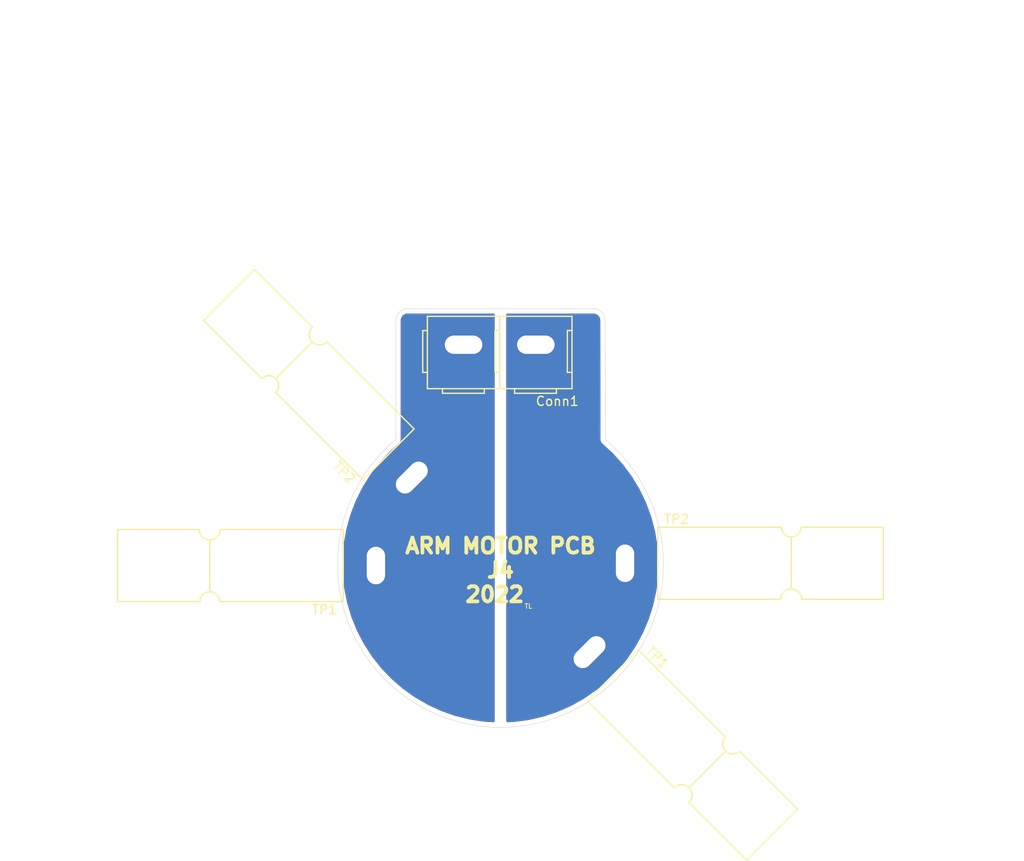
<source format=kicad_pcb>
(kicad_pcb (version 20171130) (host pcbnew "(5.1.9)-1")

  (general
    (thickness 1.6)
    (drawings 23)
    (tracks 0)
    (zones 0)
    (modules 5)
    (nets 3)
  )

  (page A4)
  (layers
    (0 F.Cu signal)
    (31 B.Cu signal)
    (32 B.Adhes user)
    (33 F.Adhes user)
    (34 B.Paste user)
    (35 F.Paste user)
    (36 B.SilkS user)
    (37 F.SilkS user)
    (38 B.Mask user)
    (39 F.Mask user)
    (40 Dwgs.User user)
    (41 Cmts.User user)
    (42 Eco1.User user)
    (43 Eco2.User user)
    (44 Edge.Cuts user)
    (45 Margin user)
    (46 B.CrtYd user)
    (47 F.CrtYd user)
    (48 B.Fab user)
    (49 F.Fab user)
  )

  (setup
    (last_trace_width 0.25)
    (trace_clearance 0.2)
    (zone_clearance 0.508)
    (zone_45_only no)
    (trace_min 0.2)
    (via_size 0.8)
    (via_drill 0.4)
    (via_min_size 0.4)
    (via_min_drill 0.3)
    (uvia_size 0.3)
    (uvia_drill 0.1)
    (uvias_allowed no)
    (uvia_min_size 0.2)
    (uvia_min_drill 0.1)
    (edge_width 0.05)
    (segment_width 0.2)
    (pcb_text_width 0.3)
    (pcb_text_size 1.5 1.5)
    (mod_edge_width 0.12)
    (mod_text_size 1 1)
    (mod_text_width 0.15)
    (pad_size 2.999999 5.1)
    (pad_drill 2)
    (pad_to_mask_clearance 0)
    (aux_axis_origin 0 0)
    (visible_elements 7FFFFFFF)
    (pcbplotparams
      (layerselection 0x010fc_ffffffff)
      (usegerberextensions false)
      (usegerberattributes true)
      (usegerberadvancedattributes true)
      (creategerberjobfile true)
      (excludeedgelayer true)
      (linewidth 0.100000)
      (plotframeref false)
      (viasonmask false)
      (mode 1)
      (useauxorigin false)
      (hpglpennumber 1)
      (hpglpenspeed 20)
      (hpglpendiameter 15.000000)
      (psnegative false)
      (psa4output false)
      (plotreference true)
      (plotvalue true)
      (plotinvisibletext false)
      (padsonsilk false)
      (subtractmaskfromsilk false)
      (outputformat 1)
      (mirror false)
      (drillshape 0)
      (scaleselection 1)
      (outputdirectory "../../Manufacturing/Gerbs/"))
  )

  (net 0 "")
  (net 1 "Net-(Conn1-Pad2)")
  (net 2 "Net-(Conn1-Pad1)")

  (net_class Default "This is the default net class."
    (clearance 0.2)
    (trace_width 0.25)
    (via_dia 0.8)
    (via_drill 0.4)
    (uvia_dia 0.3)
    (uvia_drill 0.1)
    (add_net "Net-(Conn1-Pad1)")
    (add_net "Net-(Conn1-Pad2)")
  )

  (module MRDT_Connectors:Square_Anderson_1_H (layer F.Cu) (tedit 6230ECB7) (tstamp 6230EC63)
    (at 136.449039 72.976999 135)
    (path /6229791C)
    (fp_text reference TP1 (at -5.9 4.95 135) (layer F.SilkS)
      (effects (font (size 1 1) (thickness 0.15)))
    )
    (fp_text value TestPoint (at -17.2 -4.65 135) (layer F.Fab)
      (effects (font (size 1 1) (thickness 0.15)))
    )
    (fp_line (start -17.3688 4.06) (end -16.1496 4.06) (layer F.SilkS) (width 0.15))
    (fp_line (start -28.494 4.06) (end -19.5024 4.06) (layer F.SilkS) (width 0.15))
    (fp_line (start -18.4356 1.774) (end -18.4356 -1.5026) (layer F.SilkS) (width 0.15))
    (fp_line (start -16.1496 4.06) (end -3.856 4.06) (layer F.SilkS) (width 0.15))
    (fp_line (start -19.5786 -3.814) (end -20.7978 -3.814) (layer F.SilkS) (width 0.15))
    (fp_line (start -28.494 -3.814) (end -28.494 4.0346) (layer F.SilkS) (width 0.15))
    (fp_line (start -3.856 4.06) (end -3.856 -3.814) (layer F.SilkS) (width 0.15))
    (fp_line (start -28.4686 -3.814) (end -20.7216 -3.814) (layer F.SilkS) (width 0.15))
    (fp_line (start -16.175 -3.814) (end -17.2672 -3.814) (layer F.SilkS) (width 0.15))
    (fp_line (start -18.4356 -2.671) (end -18.4356 -1.5026) (layer F.SilkS) (width 0.15))
    (fp_line (start -18.4356 1.774) (end -18.4356 2.917) (layer F.SilkS) (width 0.15))
    (fp_line (start -16.1496 -3.814) (end -3.856 -3.814) (layer F.SilkS) (width 0.15))
    (fp_arc (start -18.4356 -3.814) (end -18.4356 -2.671) (angle 90) (layer F.SilkS) (width 0.15))
    (fp_arc (start -18.4356 4.06) (end -18.4356 2.9932) (angle 90) (layer F.SilkS) (width 0.15))
    (fp_arc (start -18.4356 -3.814) (end -17.2926 -3.814) (angle 90) (layer F.SilkS) (width 0.15))
    (fp_arc (start -18.4356 4.06) (end -19.5024 4.0092) (angle 90) (layer F.SilkS) (width 0.15))
    (pad 1 thru_hole oval (at -0.2746 0.123001 135) (size 2.999999 5.1) (drill oval 2 4.099999) (layers *.Cu *.Mask F.Paste)
      (net 1 "Net-(Conn1-Pad2)"))
  )

  (module MRDT_Connectors:Square_Anderson_1_H (layer F.Cu) (tedit 6230EBF4) (tstamp 6230EC4F)
    (at 117.590501 54.118461 315)
    (path /62298021)
    (fp_text reference TP2 (at -5.9 4.95 135) (layer F.SilkS)
      (effects (font (size 1 1) (thickness 0.15)))
    )
    (fp_text value TestPoint (at -17.2 -4.65 135) (layer F.Fab)
      (effects (font (size 1 1) (thickness 0.15)))
    )
    (fp_line (start -17.3688 4.06) (end -16.1496 4.06) (layer F.SilkS) (width 0.15))
    (fp_line (start -28.494 4.06) (end -19.5024 4.06) (layer F.SilkS) (width 0.15))
    (fp_line (start -18.4356 1.774) (end -18.4356 -1.5026) (layer F.SilkS) (width 0.15))
    (fp_line (start -16.1496 4.06) (end -3.856 4.06) (layer F.SilkS) (width 0.15))
    (fp_line (start -19.5786 -3.814) (end -20.7978 -3.814) (layer F.SilkS) (width 0.15))
    (fp_line (start -28.494 -3.814) (end -28.494 4.0346) (layer F.SilkS) (width 0.15))
    (fp_line (start -3.856 4.06) (end -3.856 -3.814) (layer F.SilkS) (width 0.15))
    (fp_line (start -28.4686 -3.814) (end -20.7216 -3.814) (layer F.SilkS) (width 0.15))
    (fp_line (start -16.175 -3.814) (end -17.2672 -3.814) (layer F.SilkS) (width 0.15))
    (fp_line (start -18.4356 -2.671) (end -18.4356 -1.5026) (layer F.SilkS) (width 0.15))
    (fp_line (start -18.4356 1.774) (end -18.4356 2.917) (layer F.SilkS) (width 0.15))
    (fp_line (start -16.1496 -3.814) (end -3.856 -3.814) (layer F.SilkS) (width 0.15))
    (fp_arc (start -18.4356 -3.814) (end -18.4356 -2.671) (angle 90) (layer F.SilkS) (width 0.15))
    (fp_arc (start -18.4356 4.06) (end -18.4356 2.9932) (angle 90) (layer F.SilkS) (width 0.15))
    (fp_arc (start -18.4356 -3.814) (end -17.2926 -3.814) (angle 90) (layer F.SilkS) (width 0.15))
    (fp_arc (start -18.4356 4.06) (end -19.5024 4.0092) (angle 90) (layer F.SilkS) (width 0.15))
    (pad 1 thru_hole oval (at -0.2746 0.123001 315) (size 2.999999 5.1) (drill oval 2 4.099999) (layers *.Cu *.Mask F.Paste)
      (net 2 "Net-(Conn1-Pad1)"))
  )

  (module MRDT_Connectors:Square_Anderson_1_H (layer F.Cu) (tedit 62156951) (tstamp 6230E557)
    (at 140.335 63.5 180)
    (path /62298021)
    (fp_text reference TP2 (at -5.9 4.95) (layer F.SilkS)
      (effects (font (size 1 1) (thickness 0.15)))
    )
    (fp_text value TestPoint (at -17.2 -4.65) (layer F.Fab)
      (effects (font (size 1 1) (thickness 0.15)))
    )
    (fp_line (start -17.3688 4.06) (end -16.1496 4.06) (layer F.SilkS) (width 0.15))
    (fp_line (start -28.494 4.06) (end -19.5024 4.06) (layer F.SilkS) (width 0.15))
    (fp_line (start -18.4356 1.774) (end -18.4356 -1.5026) (layer F.SilkS) (width 0.15))
    (fp_line (start -16.1496 4.06) (end -3.856 4.06) (layer F.SilkS) (width 0.15))
    (fp_line (start -19.5786 -3.814) (end -20.7978 -3.814) (layer F.SilkS) (width 0.15))
    (fp_line (start -28.494 -3.814) (end -28.494 4.0346) (layer F.SilkS) (width 0.15))
    (fp_line (start -3.856 4.06) (end -3.856 -3.814) (layer F.SilkS) (width 0.15))
    (fp_line (start -28.4686 -3.814) (end -20.7216 -3.814) (layer F.SilkS) (width 0.15))
    (fp_line (start -16.175 -3.814) (end -17.2672 -3.814) (layer F.SilkS) (width 0.15))
    (fp_line (start -18.4356 -2.671) (end -18.4356 -1.5026) (layer F.SilkS) (width 0.15))
    (fp_line (start -18.4356 1.774) (end -18.4356 2.917) (layer F.SilkS) (width 0.15))
    (fp_line (start -16.1496 -3.814) (end -3.856 -3.814) (layer F.SilkS) (width 0.15))
    (fp_arc (start -18.4356 4.06) (end -19.5024 4.0092) (angle 90) (layer F.SilkS) (width 0.15))
    (fp_arc (start -18.4356 -3.814) (end -17.2926 -3.814) (angle 90) (layer F.SilkS) (width 0.15))
    (fp_arc (start -18.4356 4.06) (end -18.4356 2.9932) (angle 90) (layer F.SilkS) (width 0.15))
    (fp_arc (start -18.4356 -3.814) (end -18.4356 -2.671) (angle 90) (layer F.SilkS) (width 0.15))
    (pad 1 thru_hole oval (at -0.2746 0.123 180) (size 3 5.1) (drill oval 2 4.1) (layers *.Cu *.Mask F.Paste)
      (net 1 "Net-(Conn1-Pad2)"))
  )

  (module MRDT_Connectors:Square_Anderson_1_H (layer F.Cu) (tedit 62156951) (tstamp 6230E542)
    (at 113.665 63.5)
    (path /6229791C)
    (fp_text reference TP1 (at -5.9 4.95) (layer F.SilkS)
      (effects (font (size 1 1) (thickness 0.15)))
    )
    (fp_text value TestPoint (at -17.2 -4.65) (layer F.Fab)
      (effects (font (size 1 1) (thickness 0.15)))
    )
    (fp_line (start -17.3688 4.06) (end -16.1496 4.06) (layer F.SilkS) (width 0.15))
    (fp_line (start -28.494 4.06) (end -19.5024 4.06) (layer F.SilkS) (width 0.15))
    (fp_line (start -18.4356 1.774) (end -18.4356 -1.5026) (layer F.SilkS) (width 0.15))
    (fp_line (start -16.1496 4.06) (end -3.856 4.06) (layer F.SilkS) (width 0.15))
    (fp_line (start -19.5786 -3.814) (end -20.7978 -3.814) (layer F.SilkS) (width 0.15))
    (fp_line (start -28.494 -3.814) (end -28.494 4.0346) (layer F.SilkS) (width 0.15))
    (fp_line (start -3.856 4.06) (end -3.856 -3.814) (layer F.SilkS) (width 0.15))
    (fp_line (start -28.4686 -3.814) (end -20.7216 -3.814) (layer F.SilkS) (width 0.15))
    (fp_line (start -16.175 -3.814) (end -17.2672 -3.814) (layer F.SilkS) (width 0.15))
    (fp_line (start -18.4356 -2.671) (end -18.4356 -1.5026) (layer F.SilkS) (width 0.15))
    (fp_line (start -18.4356 1.774) (end -18.4356 2.917) (layer F.SilkS) (width 0.15))
    (fp_line (start -16.1496 -3.814) (end -3.856 -3.814) (layer F.SilkS) (width 0.15))
    (fp_arc (start -18.4356 4.06) (end -19.5024 4.0092) (angle 90) (layer F.SilkS) (width 0.15))
    (fp_arc (start -18.4356 -3.814) (end -17.2926 -3.814) (angle 90) (layer F.SilkS) (width 0.15))
    (fp_arc (start -18.4356 4.06) (end -18.4356 2.9932) (angle 90) (layer F.SilkS) (width 0.15))
    (fp_arc (start -18.4356 -3.814) (end -18.4356 -2.671) (angle 90) (layer F.SilkS) (width 0.15))
    (pad 1 thru_hole oval (at -0.2746 0.123) (size 3 5.1) (drill oval 2 4.1) (layers *.Cu *.Mask F.Paste)
      (net 2 "Net-(Conn1-Pad1)"))
  )

  (module MRDT_Connectors:Square_Anderson_2_V_Side_By_Side (layer F.Cu) (tedit 62156FC0) (tstamp 6230E52D)
    (at 127 39.37)
    (path /622984C1)
    (fp_text reference Conn1 (at 6.2 6.3) (layer F.SilkS)
      (effects (font (size 1 1) (thickness 0.15)))
    )
    (fp_text value AndersonPP (at -0.05 -4.1) (layer F.Fab)
      (effects (font (size 1 1) (thickness 0.15)))
    )
    (fp_line (start 7.305 -1.424) (end 7.305 3.148) (layer F.SilkS) (width 0.15))
    (fp_line (start 7.813 4.926) (end -0.087 4.926) (layer F.SilkS) (width 0.15))
    (fp_line (start 7.813 4.926) (end 7.813 -2.974) (layer F.SilkS) (width 0.15))
    (fp_line (start -7.987 -1.424) (end -8.495 -1.424) (layer F.SilkS) (width 0.15))
    (fp_line (start -0.087 4.926) (end -7.987 4.926) (layer F.SilkS) (width 0.15))
    (fp_line (start 1.541 4.926) (end 1.541 5.434) (layer F.SilkS) (width 0.15))
    (fp_line (start -8.495 -1.424) (end -8.495 3.148) (layer F.SilkS) (width 0.15))
    (fp_line (start -0.5956 3.148) (end -0.0876 3.148) (layer F.SilkS) (width 0.15))
    (fp_line (start 6.113 5.434) (end 6.113 4.926) (layer F.SilkS) (width 0.15))
    (fp_line (start -6.336 5.434) (end -1.764 5.434) (layer F.SilkS) (width 0.15))
    (fp_line (start -8.495 3.148) (end -7.987 3.148) (layer F.SilkS) (width 0.15))
    (fp_line (start 7.305 3.148) (end 7.813 3.148) (layer F.SilkS) (width 0.15))
    (fp_line (start -6.336 4.926) (end -6.336 5.434) (layer F.SilkS) (width 0.15))
    (fp_line (start -0.0876 -1.424) (end -0.5956 -1.424) (layer F.SilkS) (width 0.15))
    (fp_line (start 7.813 -2.974) (end -0.087 -2.974) (layer F.SilkS) (width 0.15))
    (fp_line (start -0.5956 -1.424) (end -0.5956 3.148) (layer F.SilkS) (width 0.15))
    (fp_line (start -7.987 4.926) (end -7.987 -2.974) (layer F.SilkS) (width 0.15))
    (fp_line (start 1.541 5.434) (end 6.113 5.434) (layer F.SilkS) (width 0.15))
    (fp_line (start 7.813 -1.424) (end 7.305 -1.424) (layer F.SilkS) (width 0.15))
    (fp_line (start -0.087 -2.974) (end -7.987 -2.974) (layer F.SilkS) (width 0.15))
    (fp_line (start -1.764 5.434) (end -1.764 4.926) (layer F.SilkS) (width 0.15))
    (fp_line (start -0.087 4.926) (end -0.087 -2.974) (layer F.SilkS) (width 0.15))
    (pad 2 thru_hole oval (at 3.863 0.126 270) (size 3 5.1) (drill oval 2 4.1) (layers *.Cu *.Mask)
      (net 1 "Net-(Conn1-Pad2)"))
    (pad 1 thru_hole oval (at -4.037 0.126 270) (size 3 5.1) (drill oval 2 4.1) (layers *.Cu *.Mask)
      (net 2 "Net-(Conn1-Pad1)"))
  )

  (dimension 27.94 (width 0.15) (layer Dwgs.User)
    (gr_text "1.1000 in" (at 127 55.85) (layer Dwgs.User)
      (effects (font (size 1 1) (thickness 0.15)))
    )
    (feature1 (pts (xy 113.03 63.5) (xy 113.03 56.563579)))
    (feature2 (pts (xy 140.97 63.5) (xy 140.97 56.563579)))
    (crossbar (pts (xy 140.97 57.15) (xy 113.03 57.15)))
    (arrow1a (pts (xy 113.03 57.15) (xy 114.156504 56.563579)))
    (arrow1b (pts (xy 113.03 57.15) (xy 114.156504 57.736421)))
    (arrow2a (pts (xy 140.97 57.15) (xy 139.843496 56.563579)))
    (arrow2b (pts (xy 140.97 57.15) (xy 139.843496 57.736421)))
  )
  (dimension 27.853274 (width 0.15) (layer Dwgs.User)
    (gr_text "1.0966 in" (at 121.873144 68.968647 316.8476103) (layer Dwgs.User)
      (effects (font (size 1 1) (thickness 0.15)))
    )
    (feature1 (pts (xy 137.16 73.025) (xy 132.521189 77.973065)))
    (feature2 (pts (xy 116.84 53.975) (xy 112.201189 58.923065)))
    (crossbar (pts (xy 112.602267 58.495249) (xy 132.922267 77.545249)))
    (arrow1a (pts (xy 132.922267 77.545249) (xy 131.699363 77.202602)))
    (arrow1b (pts (xy 132.922267 77.545249) (xy 132.501518 76.346971)))
    (arrow2a (pts (xy 112.602267 58.495249) (xy 113.023016 59.693527)))
    (arrow2b (pts (xy 112.602267 58.495249) (xy 113.825171 58.837896)))
  )
  (dimension 26.940768 (width 0.15) (layer Dwgs.User)
    (gr_text "1.0607 in" (at 123.540761 66.959239 315) (layer Dwgs.User)
      (effects (font (size 1 1) (thickness 0.15)))
    )
    (feature1 (pts (xy 136.525 73.025) (xy 133.570338 75.979662)))
    (feature2 (pts (xy 117.475 53.975) (xy 114.520338 56.929662)))
    (crossbar (pts (xy 114.935 56.515) (xy 133.985 75.565)))
    (arrow1a (pts (xy 133.985 75.565) (xy 132.773779 75.183104)))
    (arrow1b (pts (xy 133.985 75.565) (xy 133.603104 74.353779)))
    (arrow2a (pts (xy 114.935 56.515) (xy 115.316896 57.726221)))
    (arrow2b (pts (xy 114.935 56.515) (xy 116.146221 56.896896)))
  )
  (dimension 27.149498 (width 0.15) (layer Dwgs.User)
    (gr_text "1.0689 in" (at 127 58.39) (layer Dwgs.User)
      (effects (font (size 1 1) (thickness 0.15)))
    )
    (feature1 (pts (xy 113.425251 63.5) (xy 113.425251 59.103579)))
    (feature2 (pts (xy 140.574749 63.5) (xy 140.574749 59.103579)))
    (crossbar (pts (xy 140.574749 59.69) (xy 113.425251 59.69)))
    (arrow1a (pts (xy 113.425251 59.69) (xy 114.551755 59.103579)))
    (arrow1b (pts (xy 113.425251 59.69) (xy 114.551755 60.276421)))
    (arrow2a (pts (xy 140.574749 59.69) (xy 139.448245 59.103579)))
    (arrow2b (pts (xy 140.574749 59.69) (xy 139.448245 60.276421)))
  )
  (gr_line (start 141.605 78.105) (end 111.76 48.26) (layer Dwgs.User) (width 0.15))
  (gr_line (start 127 63.5) (end 141.605 78.105) (layer Dwgs.User) (width 0.15))
  (gr_text TL (at 130.048 68.072) (layer F.SilkS) (tstamp 6230E9AF)
    (effects (font (size 0.508 0.508) (thickness 0.09525)))
  )
  (gr_text "ARM MOTOR PCB\nJ4\n2022 " (at 127 64.135) (layer F.SilkS)
    (effects (font (size 1.651 1.651) (thickness 0.41275)))
  )
  (gr_arc (start 137.16 36.83) (end 138.43 36.83) (angle -90) (layer Edge.Cuts) (width 0.05))
  (gr_arc (start 116.84 36.83) (end 116.84 35.56) (angle -90) (layer Edge.Cuts) (width 0.05))
  (gr_arc (start 127 63.5) (end 115.57 49.8475) (angle -279.9956991) (layer Edge.Cuts) (width 0.05))
  (gr_line (start 138.43 36.83) (end 138.461312 49.873776) (layer Edge.Cuts) (width 0.05))
  (gr_line (start 115.57 36.83) (end 115.57 49.8475) (layer Edge.Cuts) (width 0.05))
  (gr_line (start 127 35.56) (end 116.84 35.56) (layer Edge.Cuts) (width 0.05))
  (gr_line (start 127 35.56) (end 137.16 35.56) (layer Edge.Cuts) (width 0.05))
  (gr_circle (center 127 63.5) (end 140.335 66.04) (layer Dwgs.User) (width 0.15))
  (gr_circle (center 127 63.5) (end 144.78 63.5) (layer Dwgs.User) (width 0.15))
  (gr_line (start 72.39 63.5) (end 184.15 63.5) (layer Dwgs.User) (width 0.15))
  (gr_line (start 127 63.5) (end 127 1.905) (layer Dwgs.User) (width 0.15))
  (gr_line (start 127 63.5) (end 127 64.77) (layer Dwgs.User) (width 0.15))
  (gr_line (start 127 63.5) (end 125.73 63.5) (layer Dwgs.User) (width 0.15))
  (gr_line (start 127 63.5) (end 127 62.23) (layer Dwgs.User) (width 0.15))
  (gr_line (start 127 63.5) (end 128.27 63.5) (layer Dwgs.User) (width 0.15))

  (zone (net 1) (net_name "Net-(Conn1-Pad2)") (layer F.Cu) (tstamp 6230FD0F) (hatch edge 0.508)
    (connect_pads yes (clearance 0.508))
    (min_thickness 0.254)
    (fill yes (arc_segments 32) (thermal_gap 0.508) (thermal_bridge_width 0.508) (smoothing fillet))
    (polygon
      (pts
        (xy 150.495 84.455) (xy 127.635 84.455) (xy 127.635 31.115) (xy 150.495 31.115)
      )
    )
    (filled_polygon
      (pts
        (xy 137.277869 36.234722) (xy 137.391246 36.268953) (xy 137.495819 36.324555) (xy 137.587596 36.399407) (xy 137.663091 36.490664)
        (xy 137.719419 36.594844) (xy 137.75444 36.707976) (xy 137.770063 36.85662) (xy 137.801392 49.907779) (xy 137.811175 50.00472)
        (xy 137.849214 50.129039) (xy 137.910774 50.243549) (xy 137.993492 50.343848) (xy 138.028066 50.372084) (xy 139.221777 51.476231)
        (xy 140.299078 52.679771) (xy 141.258324 53.979335) (xy 142.091019 55.363417) (xy 142.789765 56.819719) (xy 143.348362 58.335321)
        (xy 143.761846 59.896754) (xy 144.026552 61.490176) (xy 144.140128 63.101428) (xy 144.101568 64.716232) (xy 143.911212 66.32024)
        (xy 143.570756 67.899192) (xy 143.083206 69.439135) (xy 142.452912 70.92633) (xy 141.685449 72.347623) (xy 140.78764 73.690379)
        (xy 139.767455 74.942681) (xy 138.633938 76.093424) (xy 137.397159 77.132386) (xy 136.068098 78.050342) (xy 134.658545 78.83915)
        (xy 133.181021 79.491805) (xy 131.648625 80.002519) (xy 130.074964 80.366756) (xy 128.474019 80.58128) (xy 127.762 80.609032)
        (xy 127.762 36.22) (xy 137.127721 36.22)
      )
    )
  )
  (zone (net 1) (net_name "Net-(Conn1-Pad2)") (layer B.Cu) (tstamp 6230FD0C) (hatch edge 0.508)
    (connect_pads yes (clearance 0.508))
    (min_thickness 0.254)
    (fill yes (arc_segments 32) (thermal_gap 0.508) (thermal_bridge_width 0.508) (smoothing fillet))
    (polygon
      (pts
        (xy 150.495 84.455) (xy 127.635 84.455) (xy 127.635 31.115) (xy 150.495 31.115)
      )
    )
    (filled_polygon
      (pts
        (xy 137.277869 36.234722) (xy 137.391246 36.268953) (xy 137.495819 36.324555) (xy 137.587596 36.399407) (xy 137.663091 36.490664)
        (xy 137.719419 36.594844) (xy 137.75444 36.707976) (xy 137.770063 36.85662) (xy 137.801392 49.907779) (xy 137.811175 50.00472)
        (xy 137.849214 50.129039) (xy 137.910774 50.243549) (xy 137.993492 50.343848) (xy 138.028066 50.372084) (xy 139.221777 51.476231)
        (xy 140.299078 52.679771) (xy 141.258324 53.979335) (xy 142.091019 55.363417) (xy 142.789765 56.819719) (xy 143.348362 58.335321)
        (xy 143.761846 59.896754) (xy 144.026552 61.490176) (xy 144.140128 63.101428) (xy 144.101568 64.716232) (xy 143.911212 66.32024)
        (xy 143.570756 67.899192) (xy 143.083206 69.439135) (xy 142.452912 70.92633) (xy 141.685449 72.347623) (xy 140.78764 73.690379)
        (xy 139.767455 74.942681) (xy 138.633938 76.093424) (xy 137.397159 77.132386) (xy 136.068098 78.050342) (xy 134.658545 78.83915)
        (xy 133.181021 79.491805) (xy 131.648625 80.002519) (xy 130.074964 80.366756) (xy 128.474019 80.58128) (xy 127.762 80.609032)
        (xy 127.762 36.22) (xy 137.127721 36.22)
      )
    )
  )
  (zone (net 2) (net_name "Net-(Conn1-Pad1)") (layer F.Cu) (tstamp 6230FD09) (hatch edge 0.508)
    (connect_pads yes (clearance 0.508))
    (min_thickness 0.254)
    (fill yes (arc_segments 32) (thermal_gap 0.508) (thermal_bridge_width 0.508) (smoothing fillet))
    (polygon
      (pts
        (xy 103.505 31.115) (xy 126.365 31.115) (xy 126.365 84.455) (xy 103.505 84.455)
      )
    )
    (filled_polygon
      (pts
        (xy 126.238 80.609765) (xy 125.247197 80.554927) (xy 123.649974 80.314284) (xy 122.082458 79.924391) (xy 120.558616 79.38872)
        (xy 119.091946 78.712019) (xy 117.695471 77.900297) (xy 116.381568 76.960748) (xy 115.161927 75.901729) (xy 114.047361 74.73263)
        (xy 113.047761 73.463829) (xy 112.172001 72.106584) (xy 111.427859 70.672954) (xy 110.821933 69.175647) (xy 110.359607 67.627976)
        (xy 110.04498 66.043649) (xy 109.880848 64.436749) (xy 109.868668 62.821549) (xy 110.008546 61.212351) (xy 110.299243 59.623461)
        (xy 110.738172 58.068996) (xy 111.321448 56.562719) (xy 112.043885 55.118026) (xy 112.899072 53.747735) (xy 113.87942 52.464003)
        (xy 114.977808 51.276519) (xy 116.001446 50.347225) (xy 116.038948 50.316448) (xy 116.121425 50.21595) (xy 116.18271 50.101293)
        (xy 116.22045 49.976883) (xy 116.23 49.879919) (xy 116.23 36.862279) (xy 116.244722 36.712131) (xy 116.278953 36.598754)
        (xy 116.334555 36.494181) (xy 116.409407 36.402404) (xy 116.500664 36.326909) (xy 116.604844 36.270581) (xy 116.717976 36.23556)
        (xy 116.866022 36.22) (xy 126.238 36.22)
      )
    )
  )
  (zone (net 2) (net_name "Net-(Conn1-Pad1)") (layer B.Cu) (tstamp 6230FD06) (hatch edge 0.508)
    (connect_pads yes (clearance 0.508))
    (min_thickness 0.254)
    (fill yes (arc_segments 32) (thermal_gap 0.508) (thermal_bridge_width 0.508) (smoothing fillet))
    (polygon
      (pts
        (xy 103.505 31.115) (xy 126.365 31.115) (xy 126.365 84.455) (xy 103.505 84.455)
      )
    )
    (filled_polygon
      (pts
        (xy 126.238 80.609765) (xy 125.247197 80.554927) (xy 123.649974 80.314284) (xy 122.082458 79.924391) (xy 120.558616 79.38872)
        (xy 119.091946 78.712019) (xy 117.695471 77.900297) (xy 116.381568 76.960748) (xy 115.161927 75.901729) (xy 114.047361 74.73263)
        (xy 113.047761 73.463829) (xy 112.172001 72.106584) (xy 111.427859 70.672954) (xy 110.821933 69.175647) (xy 110.359607 67.627976)
        (xy 110.04498 66.043649) (xy 109.880848 64.436749) (xy 109.868668 62.821549) (xy 110.008546 61.212351) (xy 110.299243 59.623461)
        (xy 110.738172 58.068996) (xy 111.321448 56.562719) (xy 112.043885 55.118026) (xy 112.899072 53.747735) (xy 113.87942 52.464003)
        (xy 114.977808 51.276519) (xy 116.001446 50.347225) (xy 116.038948 50.316448) (xy 116.121425 50.21595) (xy 116.18271 50.101293)
        (xy 116.22045 49.976883) (xy 116.23 49.879919) (xy 116.23 36.862279) (xy 116.244722 36.712131) (xy 116.278953 36.598754)
        (xy 116.334555 36.494181) (xy 116.409407 36.402404) (xy 116.500664 36.326909) (xy 116.604844 36.270581) (xy 116.717976 36.23556)
        (xy 116.866022 36.22) (xy 126.238 36.22)
      )
    )
  )
)

</source>
